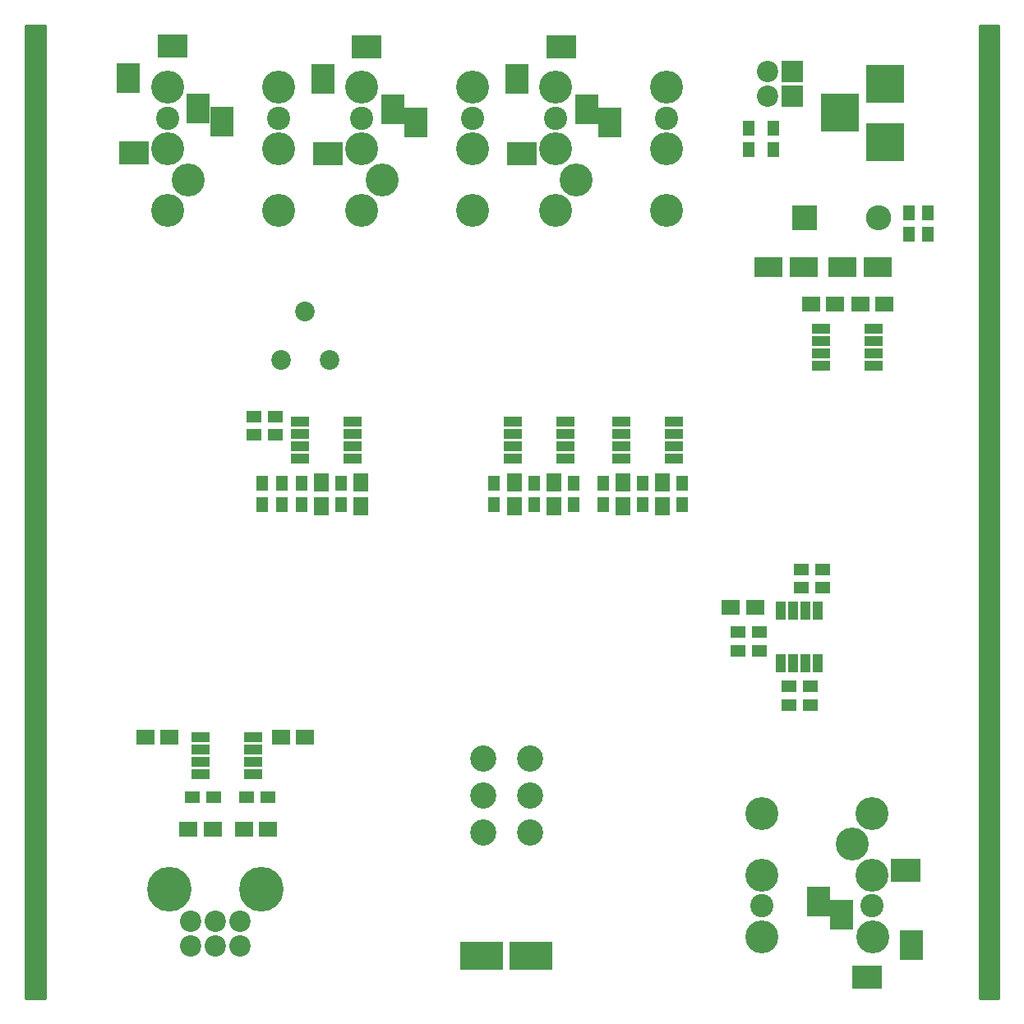
<source format=gbr>
G04 #@! TF.FileFunction,Soldermask,Top*
%FSLAX46Y46*%
G04 Gerber Fmt 4.6, Leading zero omitted, Abs format (unit mm)*
G04 Created by KiCad (PCBNEW 4.0.7) date Sun Feb 25 13:05:14 2018*
%MOMM*%
%LPD*%
G01*
G04 APERTURE LIST*
%ADD10C,0.100000*%
%ADD11C,3.400000*%
%ADD12C,2.400000*%
%ADD13R,4.400000X2.900000*%
%ADD14C,2.700000*%
%ADD15R,3.900000X3.900000*%
%ADD16C,2.200000*%
%ADD17C,4.600000*%
%ADD18R,1.900000X1.650000*%
%ADD19R,2.600000X2.600000*%
%ADD20O,2.600000X2.600000*%
%ADD21R,1.600000X1.300000*%
%ADD22R,1.950000X1.000000*%
%ADD23R,1.300000X1.600000*%
%ADD24R,1.000000X1.950000*%
%ADD25R,1.650000X1.900000*%
%ADD26C,2.020000*%
%ADD27R,3.000000X2.000000*%
%ADD28R,3.100000X2.400000*%
%ADD29R,2.400000X3.100000*%
%ADD30R,2.200000X2.200000*%
%ADD31C,0.254000*%
G04 APERTURE END LIST*
D10*
D11*
X103910000Y-41010000D03*
X103910000Y-47360000D03*
X103910000Y-53710000D03*
X92480000Y-41010000D03*
X92510000Y-47360000D03*
X92510000Y-53710000D03*
X94610000Y-50560000D03*
D12*
X103910000Y-44210000D03*
X92510000Y-44210000D03*
D11*
X83910000Y-41010000D03*
X83910000Y-47360000D03*
X83910000Y-53710000D03*
X72480000Y-41010000D03*
X72510000Y-47360000D03*
X72510000Y-53710000D03*
X74610000Y-50560000D03*
D12*
X83910000Y-44210000D03*
X72510000Y-44210000D03*
D13*
X84890000Y-130445000D03*
X89970000Y-130445000D03*
D14*
X85030000Y-117745000D03*
X89830000Y-117745000D03*
X89830000Y-113945000D03*
X85030000Y-113945000D03*
X85030000Y-110145000D03*
X89830000Y-110145000D03*
D15*
X126460000Y-46640000D03*
X126460000Y-40640000D03*
X121760000Y-43640000D03*
D16*
X59920000Y-129445000D03*
X57420000Y-129445000D03*
X54920000Y-129445000D03*
X59920000Y-126945000D03*
X57420000Y-126945000D03*
X54920000Y-126945000D03*
D17*
X62170000Y-123645000D03*
X52670000Y-123645000D03*
D18*
X57130000Y-117475000D03*
X54630000Y-117475000D03*
X60345000Y-117475000D03*
X62845000Y-117475000D03*
X118765000Y-63325000D03*
X121265000Y-63325000D03*
D19*
X118110000Y-54435000D03*
D20*
X125730000Y-54435000D03*
D21*
X57234000Y-114173000D03*
X55034000Y-114173000D03*
X60622000Y-114173000D03*
X62822000Y-114173000D03*
D22*
X55880000Y-107950000D03*
X55880000Y-109220000D03*
X55880000Y-110490000D03*
X55880000Y-111760000D03*
X61280000Y-111760000D03*
X61280000Y-110490000D03*
X61280000Y-109220000D03*
X61280000Y-107950000D03*
X125255000Y-69675000D03*
X125255000Y-68405000D03*
X125255000Y-67135000D03*
X125255000Y-65865000D03*
X119855000Y-65865000D03*
X119855000Y-67135000D03*
X119855000Y-68405000D03*
X119855000Y-69675000D03*
D23*
X128905000Y-53970000D03*
X128905000Y-56170000D03*
X130810000Y-56170000D03*
X130810000Y-53970000D03*
D21*
X119972000Y-90678000D03*
X117772000Y-90678000D03*
X116502000Y-104648000D03*
X118702000Y-104648000D03*
X119972000Y-92583000D03*
X117772000Y-92583000D03*
X118702000Y-102743000D03*
X116502000Y-102743000D03*
D24*
X119507000Y-94963000D03*
X118237000Y-94963000D03*
X116967000Y-94963000D03*
X115697000Y-94963000D03*
X115697000Y-100363000D03*
X116967000Y-100363000D03*
X118237000Y-100363000D03*
X119507000Y-100363000D03*
D22*
X99281000Y-75438000D03*
X99281000Y-76708000D03*
X99281000Y-77978000D03*
X99281000Y-79248000D03*
X104681000Y-79248000D03*
X104681000Y-77978000D03*
X104681000Y-76708000D03*
X104681000Y-75438000D03*
D25*
X99441000Y-84181000D03*
X99441000Y-81681000D03*
X88265000Y-84181000D03*
X88265000Y-81681000D03*
X103505000Y-81681000D03*
X103505000Y-84181000D03*
X92329000Y-81681000D03*
X92329000Y-84181000D03*
X68326000Y-84181000D03*
X68326000Y-81681000D03*
X72390000Y-84181000D03*
X72390000Y-81681000D03*
D18*
X123845000Y-63325000D03*
X126345000Y-63325000D03*
D23*
X64262000Y-81831000D03*
X64262000Y-84031000D03*
X62230000Y-81831000D03*
X62230000Y-84031000D03*
X101473000Y-81831000D03*
X101473000Y-84031000D03*
X90297000Y-81831000D03*
X90297000Y-84031000D03*
X105537000Y-81831000D03*
X105537000Y-84031000D03*
X94361000Y-81831000D03*
X94361000Y-84031000D03*
X66294000Y-84031000D03*
X66294000Y-81831000D03*
X70358000Y-81831000D03*
X70358000Y-84031000D03*
D22*
X88105000Y-75438000D03*
X88105000Y-76708000D03*
X88105000Y-77978000D03*
X88105000Y-79248000D03*
X93505000Y-79248000D03*
X93505000Y-77978000D03*
X93505000Y-76708000D03*
X93505000Y-75438000D03*
X66134000Y-75438000D03*
X66134000Y-76708000D03*
X66134000Y-77978000D03*
X66134000Y-79248000D03*
X71534000Y-79248000D03*
X71534000Y-77978000D03*
X71534000Y-76708000D03*
X71534000Y-75438000D03*
D23*
X97355000Y-81831000D03*
X97355000Y-84031000D03*
D21*
X113495000Y-97155000D03*
X111295000Y-97155000D03*
D23*
X86160000Y-81831000D03*
X86160000Y-84031000D03*
D21*
X113495000Y-99060000D03*
X111295000Y-99060000D03*
D26*
X64175000Y-69135000D03*
X66675000Y-64135000D03*
X69175000Y-69135000D03*
D21*
X63584000Y-74930000D03*
X61384000Y-74930000D03*
X61384000Y-76835000D03*
X63584000Y-76835000D03*
D27*
X114405000Y-59515000D03*
X118005000Y-59515000D03*
X122025000Y-59515000D03*
X125625000Y-59515000D03*
D28*
X93030000Y-36860000D03*
D29*
X88480000Y-40160000D03*
X98080000Y-44660000D03*
X95680000Y-43260000D03*
D28*
X89030000Y-47860000D03*
X73030000Y-36860000D03*
D29*
X68480000Y-40160000D03*
X78080000Y-44660000D03*
X75680000Y-43260000D03*
D28*
X69030000Y-47860000D03*
X53030000Y-36780000D03*
D29*
X48480000Y-40080000D03*
X58080000Y-44580000D03*
X55680000Y-43180000D03*
D28*
X49030000Y-47780000D03*
D11*
X113695000Y-128510000D03*
X113695000Y-122160000D03*
X113695000Y-115810000D03*
X125125000Y-128510000D03*
X125095000Y-122160000D03*
X125095000Y-115810000D03*
X122995000Y-118960000D03*
D12*
X113695000Y-125310000D03*
X125095000Y-125310000D03*
D11*
X63910000Y-41010000D03*
X63910000Y-47360000D03*
X63910000Y-53710000D03*
X52480000Y-41010000D03*
X52510000Y-47360000D03*
X52510000Y-53710000D03*
X54610000Y-50560000D03*
D12*
X63910000Y-44210000D03*
X52510000Y-44210000D03*
D28*
X124575000Y-132660000D03*
D29*
X129125000Y-129360000D03*
X119525000Y-124860000D03*
X121925000Y-126260000D03*
D28*
X128575000Y-121660000D03*
D23*
X114935000Y-47455000D03*
X114935000Y-45255000D03*
X112395000Y-47455000D03*
X112395000Y-45255000D03*
D18*
X64155000Y-107950000D03*
X66655000Y-107950000D03*
X50185000Y-107950000D03*
X52685000Y-107950000D03*
X110510000Y-94615000D03*
X113010000Y-94615000D03*
D30*
X116840000Y-41910000D03*
D16*
X114300000Y-41910000D03*
D30*
X116840000Y-39370000D03*
D16*
X114300000Y-39370000D03*
D31*
G36*
X138123000Y-134852072D02*
X136127000Y-134852072D01*
X136127000Y-34606072D01*
X138123000Y-34606072D01*
X138123000Y-134852072D01*
X138123000Y-134852072D01*
G37*
X138123000Y-134852072D02*
X136127000Y-134852072D01*
X136127000Y-34606072D01*
X138123000Y-34606072D01*
X138123000Y-134852072D01*
G36*
X39873000Y-134873000D02*
X37877000Y-134873000D01*
X37877000Y-34627000D01*
X39873000Y-34627000D01*
X39873000Y-134873000D01*
X39873000Y-134873000D01*
G37*
X39873000Y-134873000D02*
X37877000Y-134873000D01*
X37877000Y-34627000D01*
X39873000Y-34627000D01*
X39873000Y-134873000D01*
M02*

</source>
